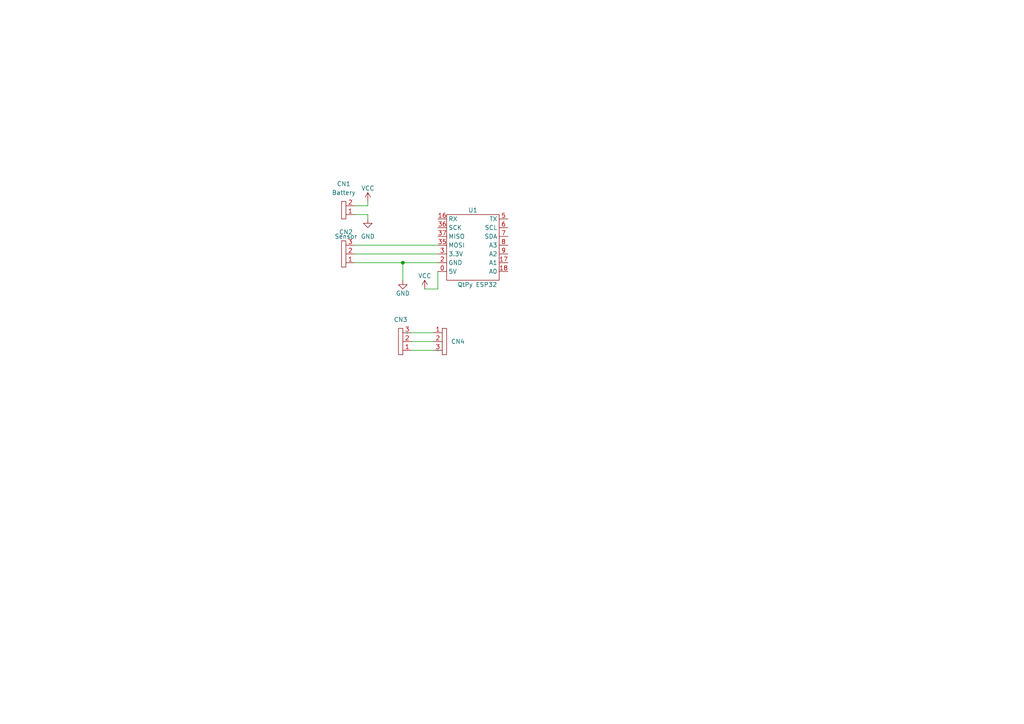
<source format=kicad_sch>
(kicad_sch (version 20230121) (generator eeschema)

  (uuid 465b9283-6e74-48f3-8915-ccd8a0bae48e)

  (paper "A4")

  (lib_symbols
    (symbol "TettsaComponents:AdafruitQtPy_ESP32-S2" (in_bom yes) (on_board yes)
      (property "Reference" "U" (at 0 -12.7 0)
        (effects (font (size 1.27 1.27)))
      )
      (property "Value" "" (at -1.27 0 0)
        (effects (font (size 1.27 1.27)))
      )
      (property "Footprint" "" (at -1.27 0 0)
        (effects (font (size 1.27 1.27)) hide)
      )
      (property "Datasheet" "" (at -1.27 0 0)
        (effects (font (size 1.27 1.27)) hide)
      )
      (symbol "AdafruitQtPy_ESP32-S2_0_1"
        (rectangle (start -7.62 7.62) (end 7.62 -11.43)
          (stroke (width 0) (type default))
          (fill (type none))
        )
      )
      (symbol "AdafruitQtPy_ESP32-S2_1_1"
        (pin input line (at 10.16 5.08 180) (length 2.54)
          (name "5V" (effects (font (size 1.27 1.27))))
          (number "0" (effects (font (size 1.27 1.27))))
        )
        (pin input line (at 10.16 -10.16 180) (length 2.54)
          (name "RX" (effects (font (size 1.27 1.27))))
          (number "16" (effects (font (size 1.27 1.27))))
        )
        (pin input line (at -10.16 2.54 0) (length 2.54)
          (name "A1" (effects (font (size 1.27 1.27))))
          (number "17" (effects (font (size 1.27 1.27))))
        )
        (pin input line (at -10.16 5.08 0) (length 2.54)
          (name "A0" (effects (font (size 1.27 1.27))))
          (number "18" (effects (font (size 1.27 1.27))))
        )
        (pin input line (at 10.16 2.54 180) (length 2.54)
          (name "GND" (effects (font (size 1.27 1.27))))
          (number "2" (effects (font (size 1.27 1.27))))
        )
        (pin input line (at 10.16 0 180) (length 2.54)
          (name "3.3V" (effects (font (size 1.27 1.27))))
          (number "3" (effects (font (size 1.27 1.27))))
        )
        (pin input line (at 10.16 -2.54 180) (length 2.54)
          (name "MOSI" (effects (font (size 1.27 1.27))))
          (number "35" (effects (font (size 1.27 1.27))))
        )
        (pin input line (at 10.16 -7.62 180) (length 2.54)
          (name "SCK" (effects (font (size 1.27 1.27))))
          (number "36" (effects (font (size 1.27 1.27))))
        )
        (pin input line (at 10.16 -5.08 180) (length 2.54)
          (name "MISO" (effects (font (size 1.27 1.27))))
          (number "37" (effects (font (size 1.27 1.27))))
        )
        (pin input line (at -10.16 -10.16 0) (length 2.54)
          (name "TX" (effects (font (size 1.27 1.27))))
          (number "5" (effects (font (size 1.27 1.27))))
        )
        (pin input line (at -10.16 -7.62 0) (length 2.54)
          (name "SCL" (effects (font (size 1.27 1.27))))
          (number "6" (effects (font (size 1.27 1.27))))
        )
        (pin input line (at -10.16 -5.08 0) (length 2.54)
          (name "SDA" (effects (font (size 1.27 1.27))))
          (number "7" (effects (font (size 1.27 1.27))))
        )
        (pin input line (at -10.16 -2.54 0) (length 2.54)
          (name "A3" (effects (font (size 1.27 1.27))))
          (number "8" (effects (font (size 1.27 1.27))))
        )
        (pin input line (at -10.16 0 0) (length 2.54)
          (name "A2" (effects (font (size 1.27 1.27))))
          (number "9" (effects (font (size 1.27 1.27))))
        )
      )
    )
    (symbol "TettsaComponents:Connector-2x1" (in_bom yes) (on_board yes)
      (property "Reference" "CN" (at 0 -3.81 0)
        (effects (font (size 1.27 1.27)))
      )
      (property "Value" "Connector-2x1" (at 1.27 5.08 0)
        (effects (font (size 1.27 1.27)))
      )
      (property "Footprint" "" (at 1.27 -2.54 0)
        (effects (font (size 1.27 1.27)) hide)
      )
      (property "Datasheet" "" (at 1.27 -2.54 0)
        (effects (font (size 1.27 1.27)) hide)
      )
      (symbol "Connector-2x1_0_1"
        (rectangle (start 2.54 2.54) (end 3.81 -2.54)
          (stroke (width 0) (type default))
          (fill (type none))
        )
      )
      (symbol "Connector-2x1_1_1"
        (pin input line (at 0 1.27 0) (length 2.54)
          (name "" (effects (font (size 1.27 1.27))))
          (number "1" (effects (font (size 1.27 1.27))))
        )
        (pin input line (at 0 -1.27 0) (length 2.54)
          (name "" (effects (font (size 1.27 1.27))))
          (number "2" (effects (font (size 1.27 1.27))))
        )
      )
    )
    (symbol "TettsaComponents:Connector-3x1" (in_bom yes) (on_board yes)
      (property "Reference" "CN" (at 1.27 -5.08 0)
        (effects (font (size 1.27 1.27)))
      )
      (property "Value" "" (at 1.27 -2.54 0)
        (effects (font (size 1.27 1.27)))
      )
      (property "Footprint" "" (at 1.27 -2.54 0)
        (effects (font (size 1.27 1.27)) hide)
      )
      (property "Datasheet" "" (at 1.27 -2.54 0)
        (effects (font (size 1.27 1.27)) hide)
      )
      (symbol "Connector-3x1_0_1"
        (rectangle (start 2.54 3.81) (end 3.81 -3.81)
          (stroke (width 0) (type default))
          (fill (type none))
        )
      )
      (symbol "Connector-3x1_1_1"
        (pin input line (at 0 2.54 0) (length 2.54)
          (name "" (effects (font (size 1.27 1.27))))
          (number "1" (effects (font (size 1.27 1.27))))
        )
        (pin input line (at 0 0 0) (length 2.54)
          (name "" (effects (font (size 1.27 1.27))))
          (number "2" (effects (font (size 1.27 1.27))))
        )
        (pin input line (at 0 -2.54 0) (length 2.54)
          (name "" (effects (font (size 1.27 1.27))))
          (number "3" (effects (font (size 1.27 1.27))))
        )
      )
    )
    (symbol "power:GND" (power) (pin_names (offset 0)) (in_bom yes) (on_board yes)
      (property "Reference" "#PWR" (at 0 -6.35 0)
        (effects (font (size 1.27 1.27)) hide)
      )
      (property "Value" "GND" (at 0 -3.81 0)
        (effects (font (size 1.27 1.27)))
      )
      (property "Footprint" "" (at 0 0 0)
        (effects (font (size 1.27 1.27)) hide)
      )
      (property "Datasheet" "" (at 0 0 0)
        (effects (font (size 1.27 1.27)) hide)
      )
      (property "ki_keywords" "global power" (at 0 0 0)
        (effects (font (size 1.27 1.27)) hide)
      )
      (property "ki_description" "Power symbol creates a global label with name \"GND\" , ground" (at 0 0 0)
        (effects (font (size 1.27 1.27)) hide)
      )
      (symbol "GND_0_1"
        (polyline
          (pts
            (xy 0 0)
            (xy 0 -1.27)
            (xy 1.27 -1.27)
            (xy 0 -2.54)
            (xy -1.27 -1.27)
            (xy 0 -1.27)
          )
          (stroke (width 0) (type default))
          (fill (type none))
        )
      )
      (symbol "GND_1_1"
        (pin power_in line (at 0 0 270) (length 0) hide
          (name "GND" (effects (font (size 1.27 1.27))))
          (number "1" (effects (font (size 1.27 1.27))))
        )
      )
    )
    (symbol "power:VCC" (power) (pin_names (offset 0)) (in_bom yes) (on_board yes)
      (property "Reference" "#PWR" (at 0 -3.81 0)
        (effects (font (size 1.27 1.27)) hide)
      )
      (property "Value" "VCC" (at 0 3.81 0)
        (effects (font (size 1.27 1.27)))
      )
      (property "Footprint" "" (at 0 0 0)
        (effects (font (size 1.27 1.27)) hide)
      )
      (property "Datasheet" "" (at 0 0 0)
        (effects (font (size 1.27 1.27)) hide)
      )
      (property "ki_keywords" "global power" (at 0 0 0)
        (effects (font (size 1.27 1.27)) hide)
      )
      (property "ki_description" "Power symbol creates a global label with name \"VCC\"" (at 0 0 0)
        (effects (font (size 1.27 1.27)) hide)
      )
      (symbol "VCC_0_1"
        (polyline
          (pts
            (xy -0.762 1.27)
            (xy 0 2.54)
          )
          (stroke (width 0) (type default))
          (fill (type none))
        )
        (polyline
          (pts
            (xy 0 0)
            (xy 0 2.54)
          )
          (stroke (width 0) (type default))
          (fill (type none))
        )
        (polyline
          (pts
            (xy 0 2.54)
            (xy 0.762 1.27)
          )
          (stroke (width 0) (type default))
          (fill (type none))
        )
      )
      (symbol "VCC_1_1"
        (pin power_in line (at 0 0 90) (length 0) hide
          (name "VCC" (effects (font (size 1.27 1.27))))
          (number "1" (effects (font (size 1.27 1.27))))
        )
      )
    )
  )

  (junction (at 116.84 76.2) (diameter 0) (color 0 0 0 0)
    (uuid 99ab92e9-f061-4ac5-a85d-658f1b4a8013)
  )

  (wire (pts (xy 102.87 76.2) (xy 116.84 76.2))
    (stroke (width 0) (type default))
    (uuid 0c1a2ac8-b357-42af-ac18-4095a4333737)
  )
  (wire (pts (xy 123.19 83.82) (xy 127 83.82))
    (stroke (width 0) (type default))
    (uuid 230f2092-6167-4b7f-8ce4-1cd970cb5833)
  )
  (wire (pts (xy 116.84 76.2) (xy 116.84 81.28))
    (stroke (width 0) (type default))
    (uuid 563ca266-e255-4987-bb9e-d48e1977a714)
  )
  (wire (pts (xy 106.68 59.69) (xy 102.87 59.69))
    (stroke (width 0) (type default))
    (uuid 738f17b8-00b2-4656-b708-588d4f2eaf8d)
  )
  (wire (pts (xy 116.84 76.2) (xy 127 76.2))
    (stroke (width 0) (type default))
    (uuid 7abca223-5509-499f-9409-b805342e6f31)
  )
  (wire (pts (xy 119.38 101.6) (xy 125.73 101.6))
    (stroke (width 0) (type default))
    (uuid 7c94c588-940b-4189-b442-9c44e6c0d337)
  )
  (wire (pts (xy 102.87 62.23) (xy 106.68 62.23))
    (stroke (width 0) (type default))
    (uuid 81428f8b-29cb-4307-90b6-f46d363ce9ee)
  )
  (wire (pts (xy 102.87 71.12) (xy 127 71.12))
    (stroke (width 0) (type default))
    (uuid 935b35b6-05d1-428c-9a70-6eb92a53a76c)
  )
  (wire (pts (xy 127 78.74) (xy 127 83.82))
    (stroke (width 0) (type default))
    (uuid 99023d26-c3ac-4784-96b5-aeb1c0a73cff)
  )
  (wire (pts (xy 106.68 58.42) (xy 106.68 59.69))
    (stroke (width 0) (type default))
    (uuid a9f322bb-3253-4ec2-a0ed-a638a3e5fc66)
  )
  (wire (pts (xy 102.87 73.66) (xy 127 73.66))
    (stroke (width 0) (type default))
    (uuid b0087071-5c40-412b-8976-58fb212caf43)
  )
  (wire (pts (xy 119.38 99.06) (xy 125.73 99.06))
    (stroke (width 0) (type default))
    (uuid b244dba3-3f34-40df-b3c9-06e582369f98)
  )
  (wire (pts (xy 119.38 96.52) (xy 125.73 96.52))
    (stroke (width 0) (type default))
    (uuid c5044252-df33-4519-b348-bf97aeeb56c0)
  )
  (wire (pts (xy 106.68 62.23) (xy 106.68 63.5))
    (stroke (width 0) (type default))
    (uuid d48fb308-b2eb-4d86-bf6b-a61fa25bb031)
  )

  (symbol (lib_id "TettsaComponents:Connector-3x1") (at 125.73 99.06 0) (unit 1)
    (in_bom yes) (on_board yes) (dnp no) (fields_autoplaced)
    (uuid 27a2b2e4-1ed3-430d-bf90-244ca9f22e18)
    (property "Reference" "CN4" (at 130.81 99.06 0)
      (effects (font (size 1.27 1.27)) (justify left))
    )
    (property "Value" "~" (at 127 101.6 0)
      (effects (font (size 1.27 1.27)))
    )
    (property "Footprint" "HygroB1:FemHeader-3x1" (at 127 101.6 0)
      (effects (font (size 1.27 1.27)) hide)
    )
    (property "Datasheet" "" (at 127 101.6 0)
      (effects (font (size 1.27 1.27)) hide)
    )
    (pin "1" (uuid cdc2eb08-bfaa-4751-b749-51442d78f1fb))
    (pin "2" (uuid 029d79a9-2ea5-4276-bd42-8154914ce786))
    (pin "3" (uuid ddbb7039-b73e-4866-8031-1547dd72a1d4))
    (instances
      (project "HygroB1"
        (path "/465b9283-6e74-48f3-8915-ccd8a0bae48e"
          (reference "CN4") (unit 1)
        )
      )
    )
  )

  (symbol (lib_id "power:GND") (at 106.68 63.5 0) (unit 1)
    (in_bom yes) (on_board yes) (dnp no) (fields_autoplaced)
    (uuid 3998e80d-c967-4f8a-945f-930d15fbe316)
    (property "Reference" "#PWR01" (at 106.68 69.85 0)
      (effects (font (size 1.27 1.27)) hide)
    )
    (property "Value" "GND" (at 106.68 68.58 0)
      (effects (font (size 1.27 1.27)))
    )
    (property "Footprint" "" (at 106.68 63.5 0)
      (effects (font (size 1.27 1.27)) hide)
    )
    (property "Datasheet" "" (at 106.68 63.5 0)
      (effects (font (size 1.27 1.27)) hide)
    )
    (pin "1" (uuid 382727ad-bf72-4c48-9d89-1bb487e5efbc))
    (instances
      (project "HygroB1"
        (path "/465b9283-6e74-48f3-8915-ccd8a0bae48e"
          (reference "#PWR01") (unit 1)
        )
      )
    )
  )

  (symbol (lib_id "TettsaComponents:Connector-2x1") (at 102.87 60.96 180) (unit 1)
    (in_bom yes) (on_board yes) (dnp no) (fields_autoplaced)
    (uuid 50d0a020-04c1-43e2-9d22-981b82573d0e)
    (property "Reference" "CN1" (at 99.695 53.34 0)
      (effects (font (size 1.27 1.27)))
    )
    (property "Value" "Battery" (at 99.695 55.88 0)
      (effects (font (size 1.27 1.27)))
    )
    (property "Footprint" "HygroB1:FemHeader-2x1" (at 101.6 58.42 0)
      (effects (font (size 1.27 1.27)) hide)
    )
    (property "Datasheet" "" (at 101.6 58.42 0)
      (effects (font (size 1.27 1.27)) hide)
    )
    (pin "1" (uuid 52b08f92-0719-46c5-bece-d1117a40a5ee))
    (pin "2" (uuid bf74130f-f5ac-4c3f-bb67-2a5be1392283))
    (instances
      (project "HygroB1"
        (path "/465b9283-6e74-48f3-8915-ccd8a0bae48e"
          (reference "CN1") (unit 1)
        )
      )
    )
  )

  (symbol (lib_id "TettsaComponents:Connector-3x1") (at 102.87 73.66 180) (unit 1)
    (in_bom yes) (on_board yes) (dnp no)
    (uuid 80a2f919-c427-4647-b847-9821f9025dc0)
    (property "Reference" "CN2" (at 100.33 67.31 0)
      (effects (font (size 1.27 1.27)))
    )
    (property "Value" "Sensor" (at 100.33 68.58 0)
      (effects (font (size 1.27 1.27)))
    )
    (property "Footprint" "HygroB1:FemHeader-3x1" (at 101.6 71.12 0)
      (effects (font (size 1.27 1.27)) hide)
    )
    (property "Datasheet" "" (at 101.6 71.12 0)
      (effects (font (size 1.27 1.27)) hide)
    )
    (pin "1" (uuid 40e851cb-9c36-439c-9d6a-04249a256810))
    (pin "2" (uuid d8cdb014-bd57-485e-a9ea-d35fd0c94f64))
    (pin "3" (uuid ad66cbe9-8d3f-4edf-b992-de70372ebfb5))
    (instances
      (project "HygroB1"
        (path "/465b9283-6e74-48f3-8915-ccd8a0bae48e"
          (reference "CN2") (unit 1)
        )
      )
    )
  )

  (symbol (lib_id "power:VCC") (at 106.68 58.42 0) (unit 1)
    (in_bom yes) (on_board yes) (dnp no)
    (uuid 83f85c02-9f6e-44ef-9dd8-d16033d7e654)
    (property "Reference" "#PWR03" (at 106.68 62.23 0)
      (effects (font (size 1.27 1.27)) hide)
    )
    (property "Value" "VCC" (at 106.68 54.61 0)
      (effects (font (size 1.27 1.27)))
    )
    (property "Footprint" "" (at 106.68 58.42 0)
      (effects (font (size 1.27 1.27)) hide)
    )
    (property "Datasheet" "" (at 106.68 58.42 0)
      (effects (font (size 1.27 1.27)) hide)
    )
    (pin "1" (uuid d9af7887-ed12-4092-9239-103ed8779181))
    (instances
      (project "HygroB1"
        (path "/465b9283-6e74-48f3-8915-ccd8a0bae48e"
          (reference "#PWR03") (unit 1)
        )
      )
    )
  )

  (symbol (lib_id "TettsaComponents:Connector-3x1") (at 119.38 99.06 180) (unit 1)
    (in_bom yes) (on_board yes) (dnp no) (fields_autoplaced)
    (uuid 890bed1b-381c-40be-8ddf-faaf7b0bd8cf)
    (property "Reference" "CN3" (at 116.205 92.71 0)
      (effects (font (size 1.27 1.27)))
    )
    (property "Value" "~" (at 118.11 96.52 0)
      (effects (font (size 1.27 1.27)))
    )
    (property "Footprint" "HygroB1:FemHeader-3x1" (at 118.11 96.52 0)
      (effects (font (size 1.27 1.27)) hide)
    )
    (property "Datasheet" "" (at 118.11 96.52 0)
      (effects (font (size 1.27 1.27)) hide)
    )
    (pin "1" (uuid 28f762b3-a7ea-402d-8761-4aad0480f17e))
    (pin "2" (uuid 20024951-38d8-4bfa-893b-02d7928454ad))
    (pin "3" (uuid 6e98d451-9797-4d3a-9703-6f6e29e0404c))
    (instances
      (project "HygroB1"
        (path "/465b9283-6e74-48f3-8915-ccd8a0bae48e"
          (reference "CN3") (unit 1)
        )
      )
    )
  )

  (symbol (lib_id "power:GND") (at 116.84 81.28 0) (unit 1)
    (in_bom yes) (on_board yes) (dnp no)
    (uuid e5fe422a-d7e9-4f84-b0ce-f2174952e7aa)
    (property "Reference" "#PWR02" (at 116.84 87.63 0)
      (effects (font (size 1.27 1.27)) hide)
    )
    (property "Value" "GND" (at 116.84 85.09 0)
      (effects (font (size 1.27 1.27)))
    )
    (property "Footprint" "" (at 116.84 81.28 0)
      (effects (font (size 1.27 1.27)) hide)
    )
    (property "Datasheet" "" (at 116.84 81.28 0)
      (effects (font (size 1.27 1.27)) hide)
    )
    (pin "1" (uuid 96167c3a-b17c-4adf-82df-2ab5debc3984))
    (instances
      (project "HygroB1"
        (path "/465b9283-6e74-48f3-8915-ccd8a0bae48e"
          (reference "#PWR02") (unit 1)
        )
      )
    )
  )

  (symbol (lib_id "TettsaComponents:AdafruitQtPy_ESP32-S2") (at 137.16 73.66 180) (unit 1)
    (in_bom yes) (on_board yes) (dnp no)
    (uuid eb2e7efd-4e4f-42d3-bb74-51a92d822f1c)
    (property "Reference" "U1" (at 137.16 60.96 0)
      (effects (font (size 1.27 1.27)))
    )
    (property "Value" "QtPy ESP32" (at 138.43 82.55 0)
      (effects (font (size 1.27 1.27)))
    )
    (property "Footprint" "HygroB1:AdafruitQtPy_ESP32-S2" (at 138.43 73.66 0)
      (effects (font (size 1.27 1.27)) hide)
    )
    (property "Datasheet" "" (at 138.43 73.66 0)
      (effects (font (size 1.27 1.27)) hide)
    )
    (pin "0" (uuid f9b873de-b23a-47f4-8e03-1fc274e326ac))
    (pin "16" (uuid eae1c8b9-5d14-4f25-85e3-70c1f38816f7))
    (pin "17" (uuid 7df67ac4-8247-4744-89ae-4e2884efaabc))
    (pin "18" (uuid cc4fbabf-f0f7-47fc-b324-c6f972097516))
    (pin "2" (uuid cc0b83ac-76fd-44a9-b357-6727f8826bc8))
    (pin "3" (uuid da576191-492b-4b79-bb7e-9778da7c5a71))
    (pin "35" (uuid 390fc4ac-4c7c-42d0-9409-bf13718eb2b3))
    (pin "36" (uuid 65a69bd3-e679-4a99-8a67-5ddc2637abe0))
    (pin "37" (uuid 4433b1fb-bbfd-4a2c-9a99-2a5fd2982e81))
    (pin "5" (uuid fb6eefc3-fb69-4928-911d-786e6b96f19f))
    (pin "6" (uuid b10efe21-30d5-4fdf-a5f3-5d9c1cf1f408))
    (pin "7" (uuid 916a07d4-262c-47c1-85bf-f903994b5c56))
    (pin "8" (uuid 698dcb73-1a0e-4172-b437-64f17a6d3bef))
    (pin "9" (uuid f5047581-6bd1-46a3-9dc3-497e454d2c32))
    (instances
      (project "HygroB1"
        (path "/465b9283-6e74-48f3-8915-ccd8a0bae48e"
          (reference "U1") (unit 1)
        )
      )
    )
  )

  (symbol (lib_id "power:VCC") (at 123.19 83.82 0) (unit 1)
    (in_bom yes) (on_board yes) (dnp no)
    (uuid ebdab67f-e823-47e1-9476-872e8d234595)
    (property "Reference" "#PWR04" (at 123.19 87.63 0)
      (effects (font (size 1.27 1.27)) hide)
    )
    (property "Value" "VCC" (at 123.19 80.01 0)
      (effects (font (size 1.27 1.27)))
    )
    (property "Footprint" "" (at 123.19 83.82 0)
      (effects (font (size 1.27 1.27)) hide)
    )
    (property "Datasheet" "" (at 123.19 83.82 0)
      (effects (font (size 1.27 1.27)) hide)
    )
    (pin "1" (uuid b436959b-0a61-4472-add6-f6e1a077f6d7))
    (instances
      (project "HygroB1"
        (path "/465b9283-6e74-48f3-8915-ccd8a0bae48e"
          (reference "#PWR04") (unit 1)
        )
      )
    )
  )

  (sheet_instances
    (path "/" (page "1"))
  )
)

</source>
